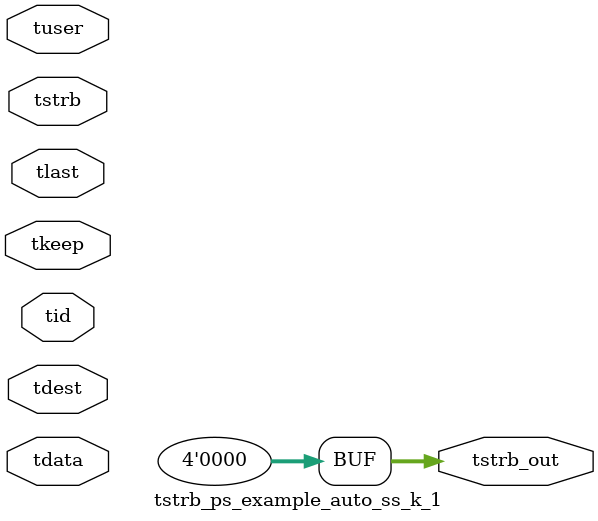
<source format=v>


`timescale 1ps/1ps

module tstrb_ps_example_auto_ss_k_1 #
(
parameter C_S_AXIS_TDATA_WIDTH = 32,
parameter C_S_AXIS_TUSER_WIDTH = 0,
parameter C_S_AXIS_TID_WIDTH   = 0,
parameter C_S_AXIS_TDEST_WIDTH = 0,
parameter C_M_AXIS_TDATA_WIDTH = 32
)
(
input  [(C_S_AXIS_TDATA_WIDTH == 0 ? 1 : C_S_AXIS_TDATA_WIDTH)-1:0     ] tdata,
input  [(C_S_AXIS_TUSER_WIDTH == 0 ? 1 : C_S_AXIS_TUSER_WIDTH)-1:0     ] tuser,
input  [(C_S_AXIS_TID_WIDTH   == 0 ? 1 : C_S_AXIS_TID_WIDTH)-1:0       ] tid,
input  [(C_S_AXIS_TDEST_WIDTH == 0 ? 1 : C_S_AXIS_TDEST_WIDTH)-1:0     ] tdest,
input  [(C_S_AXIS_TDATA_WIDTH/8)-1:0 ] tkeep,
input  [(C_S_AXIS_TDATA_WIDTH/8)-1:0 ] tstrb,
input                                                                    tlast,
output [(C_M_AXIS_TDATA_WIDTH/8)-1:0 ] tstrb_out
);

assign tstrb_out = {1'b0};

endmodule


</source>
